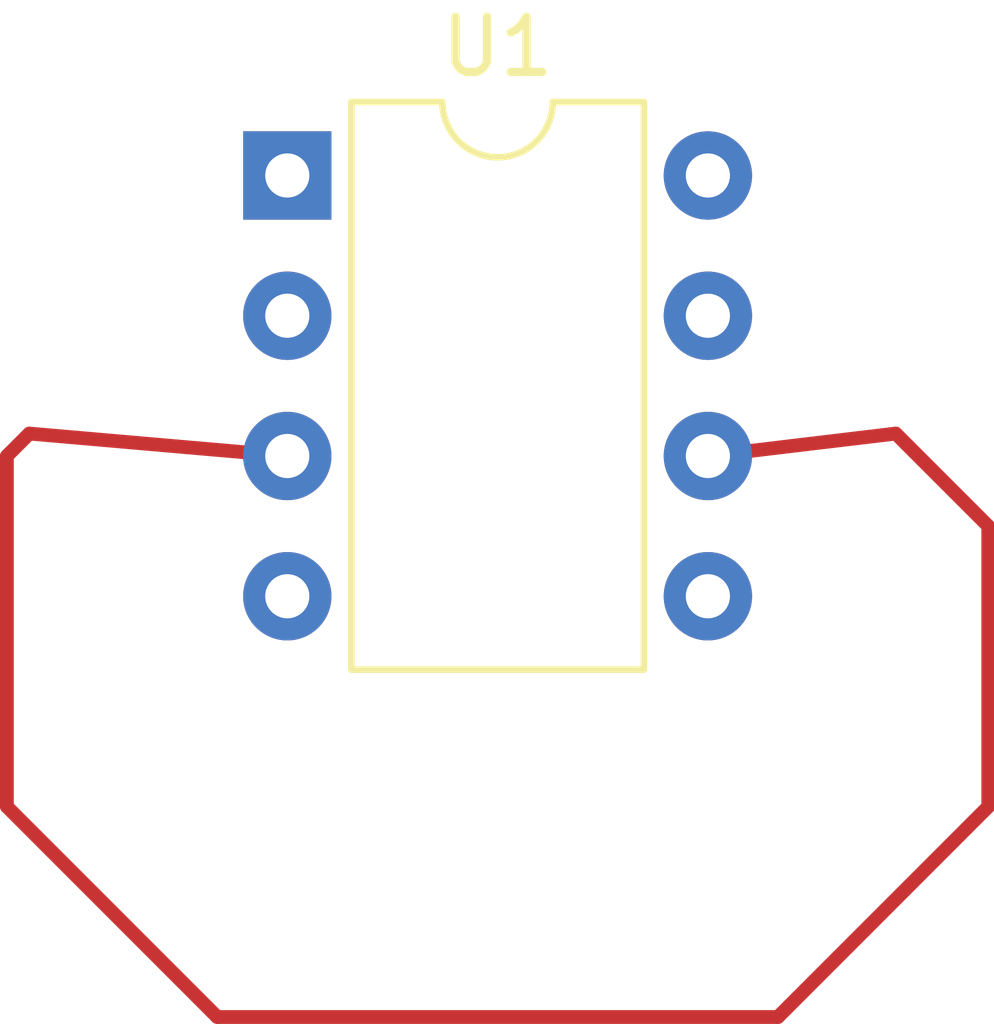
<source format=kicad_pcb>
(kicad_pcb (version 4) (host pcbnew 4.0.7)

  (general
    (links 0)
    (no_connects 0)
    (area 0 0 0 0)
    (thickness 1.6)
    (drawings 0)
    (tracks 9)
    (zones 0)
    (modules 1)
    (nets 9)
  )

  (page A4)
  (layers
    (0 F.Cu signal)
    (31 B.Cu signal)
    (32 B.Adhes user)
    (33 F.Adhes user)
    (34 B.Paste user)
    (35 F.Paste user)
    (36 B.SilkS user)
    (37 F.SilkS user)
    (38 B.Mask user)
    (39 F.Mask user)
    (40 Dwgs.User user)
    (41 Cmts.User user)
    (42 Eco1.User user)
    (43 Eco2.User user)
    (44 Edge.Cuts user)
    (45 Margin user)
    (46 B.CrtYd user)
    (47 F.CrtYd user)
    (48 B.Fab user)
    (49 F.Fab user)
  )

  (setup
    (last_trace_width 0.25)
    (trace_clearance 0.2)
    (zone_clearance 0.508)
    (zone_45_only no)
    (trace_min 0.2)
    (segment_width 0.2)
    (edge_width 0.15)
    (via_size 0.6)
    (via_drill 0.4)
    (via_min_size 0.4)
    (via_min_drill 0.3)
    (uvia_size 0.3)
    (uvia_drill 0.1)
    (uvias_allowed no)
    (uvia_min_size 0.2)
    (uvia_min_drill 0.1)
    (pcb_text_width 0.3)
    (pcb_text_size 1.5 1.5)
    (mod_edge_width 0.15)
    (mod_text_size 1 1)
    (mod_text_width 0.15)
    (pad_size 1.524 1.524)
    (pad_drill 0.762)
    (pad_to_mask_clearance 0.2)
    (aux_axis_origin 0 0)
    (visible_elements FFFFF77F)
    (pcbplotparams
      (layerselection 0x00030_80000001)
      (usegerberextensions false)
      (excludeedgelayer true)
      (linewidth 0.100000)
      (plotframeref false)
      (viasonmask false)
      (mode 1)
      (useauxorigin false)
      (hpglpennumber 1)
      (hpglpenspeed 20)
      (hpglpendiameter 15)
      (hpglpenoverlay 2)
      (psnegative false)
      (psa4output false)
      (plotreference true)
      (plotvalue true)
      (plotinvisibletext false)
      (padsonsilk false)
      (subtractmaskfromsilk false)
      (outputformat 1)
      (mirror false)
      (drillshape 1)
      (scaleselection 1)
      (outputdirectory ""))
  )

  (net 0 "")
  (net 1 "Net-(U1-Pad1)")
  (net 2 "Net-(U1-Pad5)")
  (net 3 "Net-(U1-Pad2)")
  (net 4 "Net-(U1-Pad6)")
  (net 5 "Net-(U1-Pad3)")
  (net 6 "Net-(U1-Pad7)")
  (net 7 "Net-(U1-Pad4)")
  (net 8 "Net-(U1-Pad8)")

  (net_class Default "This is the default net class."
    (clearance 0.2)
    (trace_width 0.25)
    (via_dia 0.6)
    (via_drill 0.4)
    (uvia_dia 0.3)
    (uvia_drill 0.1)
    (add_net "Net-(U1-Pad1)")
    (add_net "Net-(U1-Pad2)")
    (add_net "Net-(U1-Pad3)")
    (add_net "Net-(U1-Pad4)")
    (add_net "Net-(U1-Pad5)")
    (add_net "Net-(U1-Pad6)")
    (add_net "Net-(U1-Pad7)")
    (add_net "Net-(U1-Pad8)")
  )

  (module Housings_DIP:DIP-8_W7.62mm (layer F.Cu) (tedit 59C78D6B) (tstamp 5B49A1B8)
    (at 148.59 105.41)
    (descr "8-lead though-hole mounted DIP package, row spacing 7.62 mm (300 mils)")
    (tags "THT DIP DIL PDIP 2.54mm 7.62mm 300mil")
    (path /5B499B75)
    (fp_text reference U1 (at 3.81 -2.33) (layer F.SilkS)
      (effects (font (size 1 1) (thickness 0.15)))
    )
    (fp_text value 6N136 (at 3.81 9.95) (layer F.Fab)
      (effects (font (size 1 1) (thickness 0.15)))
    )
    (fp_arc (start 3.81 -1.33) (end 2.81 -1.33) (angle -180) (layer F.SilkS) (width 0.12))
    (fp_line (start 1.635 -1.27) (end 6.985 -1.27) (layer F.Fab) (width 0.1))
    (fp_line (start 6.985 -1.27) (end 6.985 8.89) (layer F.Fab) (width 0.1))
    (fp_line (start 6.985 8.89) (end 0.635 8.89) (layer F.Fab) (width 0.1))
    (fp_line (start 0.635 8.89) (end 0.635 -0.27) (layer F.Fab) (width 0.1))
    (fp_line (start 0.635 -0.27) (end 1.635 -1.27) (layer F.Fab) (width 0.1))
    (fp_line (start 2.81 -1.33) (end 1.16 -1.33) (layer F.SilkS) (width 0.12))
    (fp_line (start 1.16 -1.33) (end 1.16 8.95) (layer F.SilkS) (width 0.12))
    (fp_line (start 1.16 8.95) (end 6.46 8.95) (layer F.SilkS) (width 0.12))
    (fp_line (start 6.46 8.95) (end 6.46 -1.33) (layer F.SilkS) (width 0.12))
    (fp_line (start 6.46 -1.33) (end 4.81 -1.33) (layer F.SilkS) (width 0.12))
    (fp_line (start -1.1 -1.55) (end -1.1 9.15) (layer F.CrtYd) (width 0.05))
    (fp_line (start -1.1 9.15) (end 8.7 9.15) (layer F.CrtYd) (width 0.05))
    (fp_line (start 8.7 9.15) (end 8.7 -1.55) (layer F.CrtYd) (width 0.05))
    (fp_line (start 8.7 -1.55) (end -1.1 -1.55) (layer F.CrtYd) (width 0.05))
    (fp_text user %R (at 3.81 3.81) (layer F.Fab)
      (effects (font (size 1 1) (thickness 0.15)))
    )
    (pad 1 thru_hole rect (at 0 0) (size 1.6 1.6) (drill 0.8) (layers *.Cu *.Mask)
      (net 1 "Net-(U1-Pad1)"))
    (pad 5 thru_hole oval (at 7.62 7.62) (size 1.6 1.6) (drill 0.8) (layers *.Cu *.Mask)
      (net 2 "Net-(U1-Pad5)"))
    (pad 2 thru_hole oval (at 0 2.54) (size 1.6 1.6) (drill 0.8) (layers *.Cu *.Mask)
      (net 3 "Net-(U1-Pad2)"))
    (pad 6 thru_hole oval (at 7.62 5.08) (size 1.6 1.6) (drill 0.8) (layers *.Cu *.Mask)
      (net 4 "Net-(U1-Pad6)"))
    (pad 3 thru_hole oval (at 0 5.08) (size 1.6 1.6) (drill 0.8) (layers *.Cu *.Mask)
      (net 5 "Net-(U1-Pad3)"))
    (pad 7 thru_hole oval (at 7.62 2.54) (size 1.6 1.6) (drill 0.8) (layers *.Cu *.Mask)
      (net 6 "Net-(U1-Pad7)"))
    (pad 4 thru_hole oval (at 0 7.62) (size 1.6 1.6) (drill 0.8) (layers *.Cu *.Mask)
      (net 7 "Net-(U1-Pad4)"))
    (pad 8 thru_hole oval (at 7.62 0) (size 1.6 1.6) (drill 0.8) (layers *.Cu *.Mask)
      (net 8 "Net-(U1-Pad8)"))
    (model ${KISYS3DMOD}/Housings_DIP.3dshapes/DIP-8_W7.62mm.wrl
      (at (xyz 0 0 0))
      (scale (xyz 1 1 1))
      (rotate (xyz 0 0 0))
    )
  )

  (segment (start 156.21 110.49) (end 159.6136 110.0836) (width 0.25) (layer F.Cu) (net 4) (status 10))
  (segment (start 159.6136 110.0836) (end 161.29 111.76) (width 0.25) (layer F.Cu) (net 4) (tstamp 5B4A20E2))
  (segment (start 161.29 111.76) (end 161.29 116.84) (width 0.25) (layer F.Cu) (net 4) (tstamp 5B4A20E7))
  (segment (start 161.29 116.84) (end 157.48 120.65) (width 0.25) (layer F.Cu) (net 4) (tstamp 5B4A20E9))
  (segment (start 157.48 120.65) (end 147.32 120.65) (width 0.25) (layer F.Cu) (net 4) (tstamp 5B4A20EB))
  (segment (start 143.9164 110.0836) (end 148.59 110.49) (width 0.25) (layer F.Cu) (net 5) (tstamp 5B4A20F2) (status 20))
  (segment (start 143.51 110.49) (end 143.9164 110.0836) (width 0.25) (layer F.Cu) (net 5) (tstamp 5B4A20F1))
  (segment (start 143.51 116.84) (end 143.51 110.49) (width 0.25) (layer F.Cu) (net 5) (tstamp 5B4A20EF))
  (segment (start 147.32 120.65) (end 143.51 116.84) (width 0.25) (layer F.Cu) (net 5) (tstamp 5B4A20ED))

)

</source>
